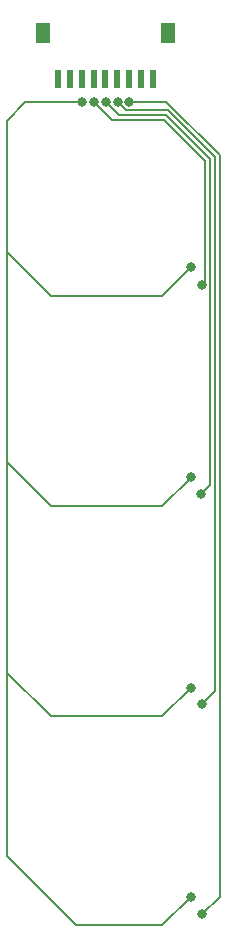
<source format=gtl>
%TF.GenerationSoftware,KiCad,Pcbnew,7.0.5-7.0.5~ubuntu22.04.1*%
%TF.CreationDate,2023-06-01T20:12:09-07:00*%
%TF.ProjectId,KeysOnRails,4b657973-4f6e-4526-9169-6c732e6b6963,rev?*%
%TF.SameCoordinates,Original*%
%TF.FileFunction,Copper,L1,Top*%
%TF.FilePolarity,Positive*%
%FSLAX46Y46*%
G04 Gerber Fmt 4.6, Leading zero omitted, Abs format (unit mm)*
G04 Created by KiCad (PCBNEW 7.0.5-7.0.5~ubuntu22.04.1) date 2023-06-01 20:12:09*
%MOMM*%
%LPD*%
G01*
G04 APERTURE LIST*
%TA.AperFunction,SMDPad,CuDef*%
%ADD10R,0.600000X1.550000*%
%TD*%
%TA.AperFunction,SMDPad,CuDef*%
%ADD11R,1.200000X1.800000*%
%TD*%
%TA.AperFunction,ViaPad*%
%ADD12C,0.800000*%
%TD*%
%TA.AperFunction,Conductor*%
%ADD13C,0.200000*%
%TD*%
G04 APERTURE END LIST*
D10*
%TO.P,J2,1,1*%
%TO.N,unconnected-(J2-Pad1)*%
X52080000Y-36750000D03*
D11*
%TO.P,J2,S1,SHIELD*%
%TO.N,GND*%
X53380000Y-32875000D03*
%TO.P,J2,S2,SHIELD*%
X42780000Y-32875000D03*
D10*
%TO.P,J2,2,2*%
%TO.N,unconnected-(J2-Pad2)*%
X51080000Y-36750000D03*
%TO.P,J2,3,3*%
%TO.N,unconnected-(J2-Pad3)*%
X50080000Y-36750000D03*
%TO.P,J2,4,4*%
%TO.N,unconnected-(J2-Pad4)*%
X49080000Y-36750000D03*
%TO.P,J2,5,5*%
%TO.N,unconnected-(J2-Pad5)*%
X48080000Y-36750000D03*
%TO.P,J2,6,6*%
%TO.N,unconnected-(J2-Pad6)*%
X47080000Y-36750000D03*
%TO.P,J2,7,7*%
%TO.N,unconnected-(J2-Pad7)*%
X46080000Y-36750000D03*
%TO.P,J2,8,8*%
%TO.N,unconnected-(J2-Pad8)*%
X45080000Y-36750000D03*
%TO.P,J2,9,9*%
%TO.N,unconnected-(J2-Pad9)*%
X44080000Y-36750000D03*
%TD*%
D12*
%TO.N,Col_In*%
X55325800Y-52667800D03*
X55325800Y-70467800D03*
X55283900Y-105972900D03*
X55325800Y-88267800D03*
%TO.N,Row1*%
X56250000Y-54160000D03*
%TO.N,Row4*%
X56250000Y-107460000D03*
%TO.N,Row3*%
X56250000Y-89660000D03*
%TO.N,Row2*%
X56210000Y-71890000D03*
%TO.N,Row4*%
X50110000Y-38690000D03*
%TO.N,Row3*%
X49109006Y-38690000D03*
%TO.N,Row2*%
X48109503Y-38690000D03*
%TO.N,Row1*%
X47110000Y-38690000D03*
%TO.N,Col_In*%
X46110000Y-38690000D03*
%TD*%
D13*
%TO.N,Col_In*%
X46110000Y-38690000D02*
X41310000Y-38690000D01*
X41310000Y-38690000D02*
X39710000Y-40290000D01*
X39710000Y-102510000D02*
X45590000Y-108390000D01*
X45590000Y-108390000D02*
X52866800Y-108390000D01*
X39710000Y-40290000D02*
X39710000Y-102510000D01*
X52866800Y-108390000D02*
X55283900Y-105972900D01*
%TO.N,Row4*%
X50110000Y-38690000D02*
X53241370Y-38690000D01*
X53241370Y-38690000D02*
X57750000Y-43198630D01*
X57750000Y-43198630D02*
X57750000Y-105960000D01*
X57750000Y-105960000D02*
X56250000Y-107460000D01*
%TO.N,Row1*%
X47110000Y-38690000D02*
X48610000Y-40190000D01*
X48610000Y-40190000D02*
X53044314Y-40190000D01*
X53044314Y-40190000D02*
X56550000Y-43695686D01*
X56550000Y-43695686D02*
X56550000Y-53860000D01*
X56550000Y-53860000D02*
X56250000Y-54160000D01*
%TO.N,Row2*%
X56950000Y-71150000D02*
X56210000Y-71890000D01*
X56950000Y-43530000D02*
X56950000Y-71150000D01*
X53210000Y-39790000D02*
X56950000Y-43530000D01*
X49209503Y-39790000D02*
X53210000Y-39790000D01*
X48109503Y-38690000D02*
X49209503Y-39790000D01*
%TO.N,Row3*%
X49109006Y-38690000D02*
X49809006Y-39390000D01*
X49809006Y-39390000D02*
X53375686Y-39390000D01*
X53375686Y-39390000D02*
X57350000Y-43364315D01*
X57350000Y-43364315D02*
X57350000Y-88560000D01*
X57350000Y-88560000D02*
X56250000Y-89660000D01*
%TO.N,Col_In*%
X39736100Y-51407100D02*
X43436100Y-55107100D01*
X43436100Y-55107100D02*
X52892900Y-55107100D01*
X52892900Y-55107100D02*
X55310000Y-52690000D01*
X39736100Y-69207100D02*
X43436100Y-72907100D01*
X43436100Y-72907100D02*
X52892900Y-72907100D01*
X52892900Y-72907100D02*
X55310000Y-70490000D01*
X39736100Y-87007100D02*
X43436100Y-90707100D01*
X43436100Y-90707100D02*
X52892900Y-90707100D01*
X52892900Y-90707100D02*
X55310000Y-88290000D01*
X55325800Y-105931000D02*
X55283900Y-105972900D01*
%TD*%
M02*

</source>
